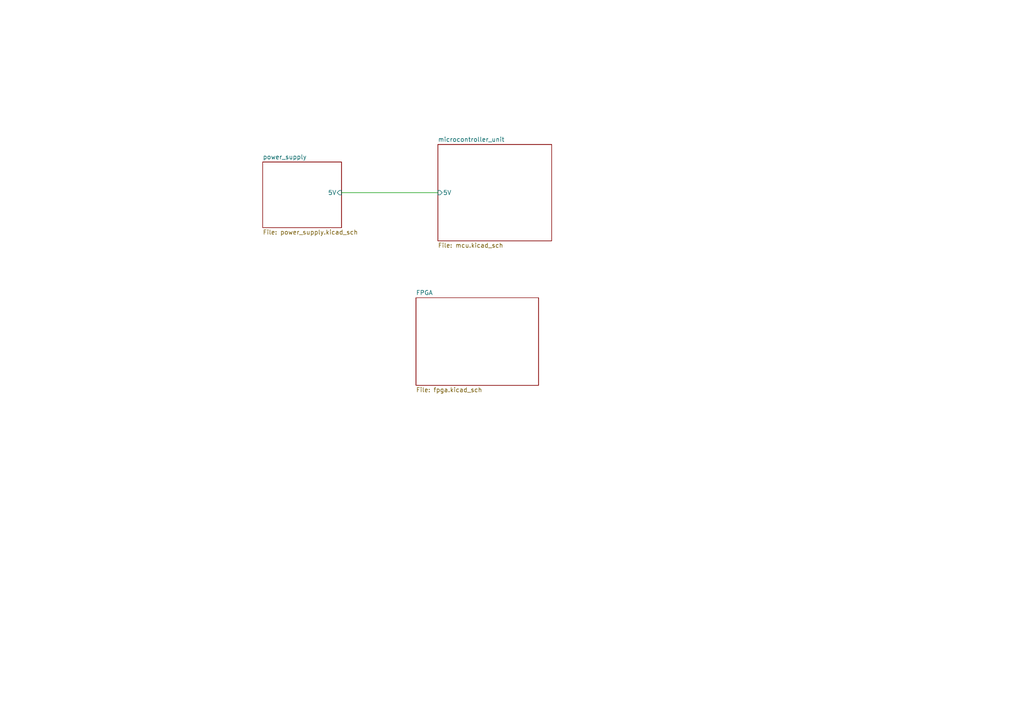
<source format=kicad_sch>
(kicad_sch (version 20230121) (generator eeschema)
  (paper "A4")
  (lib_symbols)
  (wire (pts (xy 99.06 55.88) (xy 127 55.88)))
  (sheet (at 127 41.91) (size 33.02 27.94) (stroke (width 0.1524))
    (property "Sheetname" "microcontroller_unit" (at 127 41.1984 0) (effects (justify left bottom)))
    (property "Sheetfile" "mcu.kicad_sch" (at 127 70.4346 0) (effects (justify left top)))
    (pin "5V" input (at 127 55.88 180))
  )
  (sheet (at 76.2 46.99) (size 22.86 19.05) (stroke (width 0.1524))
    (property "Sheetname" "power_supply" (at 76.2 46.2784 0) (effects (justify left bottom)))
    (property "Sheetfile" "power_supply.kicad_sch" (at 76.2 66.6246 0) (effects (justify left top)))
    (pin "5V" input (at 99.06 55.88 0))
  )
  (sheet (at 120.65 86.36) (size 35.56 25.4) (stroke (width 0.1524))
    (property "Sheetname" "FPGA" (at 120.65 85.6484 0) (effects (justify left bottom)))
    (property "Sheetfile" "fpga.kicad_sch" (at 120.65 112.3446 0) (effects (justify left top)))
  )
)
</source>
